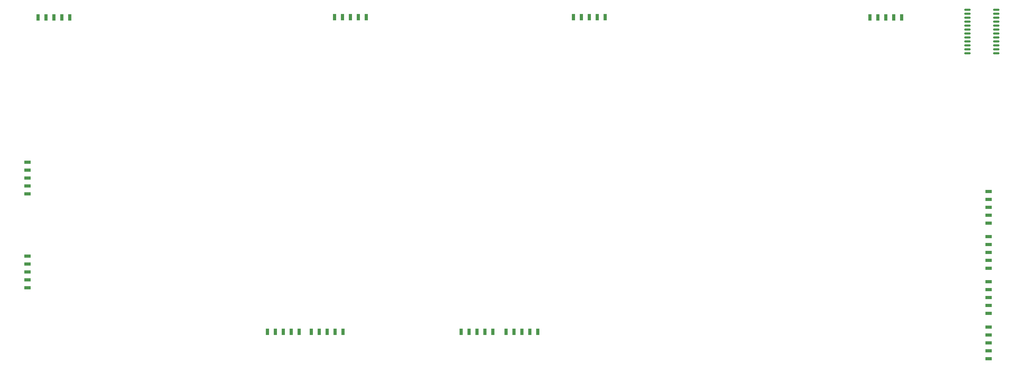
<source format=gbr>
%TF.GenerationSoftware,KiCad,Pcbnew,9.0.2*%
%TF.CreationDate,2025-07-28T10:47:05-04:00*%
%TF.ProjectId,Riptide,52697074-6964-4652-9e6b-696361645f70,rev?*%
%TF.SameCoordinates,Original*%
%TF.FileFunction,Paste,Bot*%
%TF.FilePolarity,Positive*%
%FSLAX46Y46*%
G04 Gerber Fmt 4.6, Leading zero omitted, Abs format (unit mm)*
G04 Created by KiCad (PCBNEW 9.0.2) date 2025-07-28 10:47:05*
%MOMM*%
%LPD*%
G01*
G04 APERTURE LIST*
G04 Aperture macros list*
%AMRoundRect*
0 Rectangle with rounded corners*
0 $1 Rounding radius*
0 $2 $3 $4 $5 $6 $7 $8 $9 X,Y pos of 4 corners*
0 Add a 4 corners polygon primitive as box body*
4,1,4,$2,$3,$4,$5,$6,$7,$8,$9,$2,$3,0*
0 Add four circle primitives for the rounded corners*
1,1,$1+$1,$2,$3*
1,1,$1+$1,$4,$5*
1,1,$1+$1,$6,$7*
1,1,$1+$1,$8,$9*
0 Add four rect primitives between the rounded corners*
20,1,$1+$1,$2,$3,$4,$5,0*
20,1,$1+$1,$4,$5,$6,$7,0*
20,1,$1+$1,$6,$7,$8,$9,0*
20,1,$1+$1,$8,$9,$2,$3,0*%
G04 Aperture macros list end*
%ADD10R,2.000000X1.020000*%
%ADD11R,1.020000X2.000000*%
%ADD12RoundRect,0.150000X0.875000X0.150000X-0.875000X0.150000X-0.875000X-0.150000X0.875000X-0.150000X0*%
G04 APERTURE END LIST*
D10*
%TO.C,H3*%
X347462500Y-103387500D03*
X347462500Y-105927500D03*
X347462500Y-108467500D03*
X347462500Y-111007500D03*
X347462500Y-113547500D03*
%TD*%
%TO.C,H4*%
X347462500Y-88887500D03*
X347462500Y-91427500D03*
X347462500Y-93967500D03*
X347462500Y-96507500D03*
X347462500Y-99047500D03*
%TD*%
D11*
%TO.C,H7*%
X137920000Y-32972500D03*
X140460000Y-32972500D03*
X143000000Y-32972500D03*
X145540000Y-32972500D03*
X148080000Y-32972500D03*
%TD*%
D10*
%TO.C,H10*%
X39505000Y-119760000D03*
X39505000Y-117220000D03*
X39505000Y-114680000D03*
X39505000Y-112140000D03*
X39505000Y-109600000D03*
%TD*%
D11*
%TO.C,H8*%
X42920000Y-33005000D03*
X45460000Y-33005000D03*
X48000000Y-33005000D03*
X50540000Y-33005000D03*
X53080000Y-33005000D03*
%TD*%
D12*
%TO.C,U1*%
X349925000Y-30562500D03*
X349925000Y-31832500D03*
X349925000Y-33102500D03*
X349925000Y-34372500D03*
X349925000Y-35642500D03*
X349925000Y-36912500D03*
X349925000Y-38182500D03*
X349925000Y-39452500D03*
X349925000Y-40722500D03*
X349925000Y-41992500D03*
X349925000Y-43262500D03*
X349925000Y-44532500D03*
X340625000Y-44532500D03*
X340625000Y-43262500D03*
X340625000Y-41992500D03*
X340625000Y-40722500D03*
X340625000Y-39452500D03*
X340625000Y-38182500D03*
X340625000Y-36912500D03*
X340625000Y-35642500D03*
X340625000Y-34372500D03*
X340625000Y-33102500D03*
X340625000Y-31832500D03*
X340625000Y-30562500D03*
%TD*%
D11*
%TO.C,H14*%
X203000000Y-133967500D03*
X200460000Y-133967500D03*
X197920000Y-133967500D03*
X195380000Y-133967500D03*
X192840000Y-133967500D03*
%TD*%
D10*
%TO.C,H9*%
X39505000Y-89620000D03*
X39505000Y-87080000D03*
X39505000Y-84540000D03*
X39505000Y-82000000D03*
X39505000Y-79460000D03*
%TD*%
D11*
%TO.C,H11*%
X126500000Y-133967500D03*
X123960000Y-133967500D03*
X121420000Y-133967500D03*
X118880000Y-133967500D03*
X116340000Y-133967500D03*
%TD*%
%TO.C,H6*%
X214420000Y-32972500D03*
X216960000Y-32972500D03*
X219500000Y-32972500D03*
X222040000Y-32972500D03*
X224580000Y-32972500D03*
%TD*%
%TO.C,H12*%
X140580000Y-133930000D03*
X138040000Y-133930000D03*
X135500000Y-133930000D03*
X132960000Y-133930000D03*
X130420000Y-133930000D03*
%TD*%
%TO.C,H13*%
X188580000Y-133930000D03*
X186040000Y-133930000D03*
X183500000Y-133930000D03*
X180960000Y-133930000D03*
X178420000Y-133930000D03*
%TD*%
D10*
%TO.C,H1*%
X347462500Y-132387500D03*
X347462500Y-134927500D03*
X347462500Y-137467500D03*
X347462500Y-140007500D03*
X347462500Y-142547500D03*
%TD*%
%TO.C,H2*%
X347462500Y-117887500D03*
X347462500Y-120427500D03*
X347462500Y-122967500D03*
X347462500Y-125507500D03*
X347462500Y-128047500D03*
%TD*%
D11*
%TO.C,H5*%
X309420000Y-33005000D03*
X311960000Y-33005000D03*
X314500000Y-33005000D03*
X317040000Y-33005000D03*
X319580000Y-33005000D03*
%TD*%
M02*

</source>
